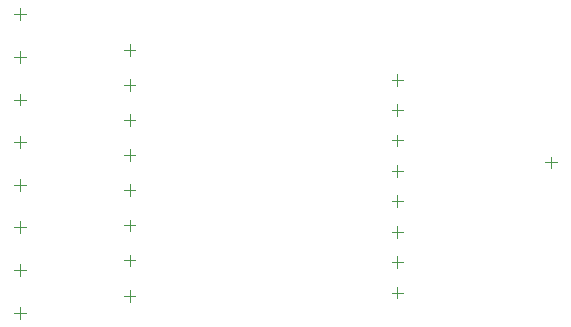
<source format=gbr>
%FSTAX23Y23*%
%MOIN*%
%SFA1B1*%

%IPPOS*%
%ADD29C,0.003937*%
%LNpcb2_top_component_center-1*%
%LPD*%
G54D29*
X02994Y02322D02*
Y02362D01*
X02974Y02342D02*
X03014D01*
X02994Y0218D02*
Y02219D01*
X02974Y022D02*
X03014D01*
X02994Y02464D02*
Y02504D01*
X02974Y02484D02*
X03014D01*
X02994Y02606D02*
Y02646D01*
X02974Y02626D02*
X03014D01*
X02994Y02749D02*
Y02788D01*
X02974Y02768D02*
X03014D01*
X02994Y03033D02*
Y03072D01*
X02974Y03053D02*
X03014D01*
X02994Y02891D02*
Y0293D01*
X02974Y0291D02*
X03014D01*
X02994Y02038D02*
Y02077D01*
X02974Y02058D02*
X03014D01*
X04744Y02559D02*
X04783D01*
X04763Y02539D02*
Y02578D01*
X04251Y02814D02*
Y02854D01*
X04232Y02834D02*
X04271D01*
X04251Y02713D02*
Y02753D01*
X04232Y02733D02*
X04271D01*
X04251Y02612D02*
Y02651D01*
X04232Y02632D02*
X04271D01*
X04251Y02511D02*
Y0255D01*
X04232Y0253D02*
X04271D01*
X04251Y0241D02*
Y02449D01*
X04232Y02429D02*
X04271D01*
X04251Y02308D02*
Y02348D01*
X04232Y02328D02*
X04271D01*
X04251Y02207D02*
Y02246D01*
X04232Y02227D02*
X04271D01*
X04251Y02106D02*
Y02145D01*
X04232Y02125D02*
X04271D01*
X03359Y02095D02*
Y02134D01*
X03339Y02115D02*
X03378D01*
X03359Y02212D02*
Y02251D01*
X03339Y02232D02*
X03378D01*
X03359Y02329D02*
Y02368D01*
X03339Y02349D02*
X03378D01*
X03359Y02446D02*
Y02486D01*
X03339Y02466D02*
X03378D01*
X03359Y02563D02*
Y02603D01*
X03339Y02583D02*
X03378D01*
X03359Y02681D02*
Y0272D01*
X03339Y027D02*
X03378D01*
X03359Y02798D02*
Y02837D01*
X03339Y02817D02*
X03378D01*
X03359Y02915D02*
Y02954D01*
X03339Y02935D02*
X03378D01*
M02*
</source>
